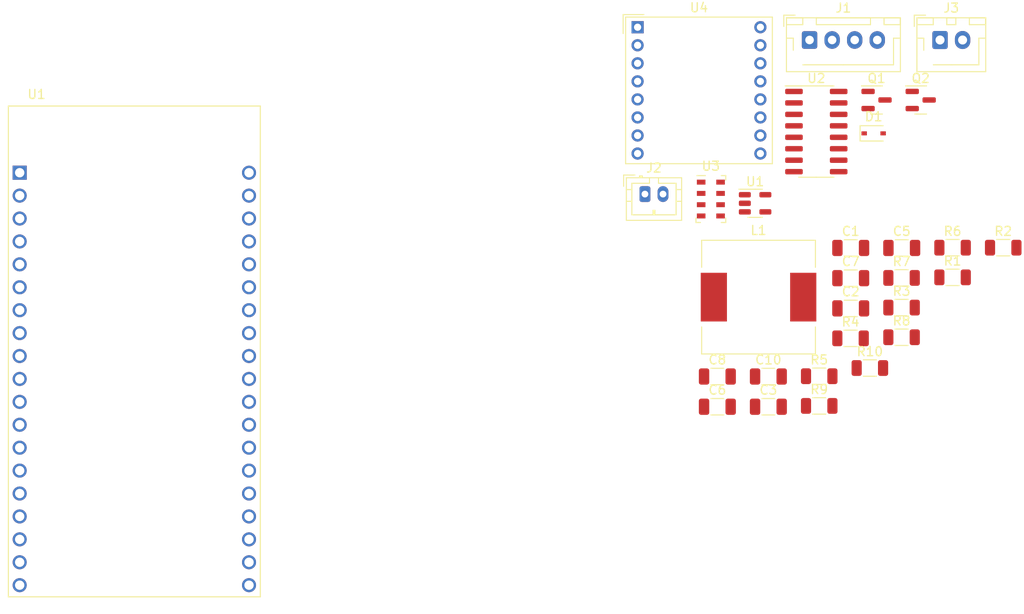
<source format=kicad_pcb>
(kicad_pcb (version 20211014) (generator pcbnew)
  (layers (0 "F.Cu" signal) (31 "B.Cu" signal) (34 "B.Paste" user) (35 "F.Paste" user) (36 "B.SilkS" user "B.Silkscreen") (37 "F.SilkS" user "F.Silkscreen") (38 "B.Mask" user) (39 "F.Mask" user) (44 "Edge.Cuts" user))
  (net 0 "")
  (net 39 "V_USB")
  (net 48 "V_BAT")
  (net 49 "Net-(IC1-Pad10)")
  (net 50 "Net-(D5-Pad2)")
  (net 51 "VSS")
  (net 52 "GND")
  (net 53 "Net-(R2-Pad2)")
  (net 54 "+3.3V")
  (net 74 "Net-(U3-Pad4)")
  (net 94 "Net-(D1-Pad1)")
  (net 95 "Net-(C6-Pad2)")
  (net 96 "Net-(C7-Pad1)")
  (net 97 "Net-(C8-Pad1)")
  (net 98 "Net-(D5-Pad1)")
  (net 99 "Net-(IC1-Pad7)")
  (net 100 "Net-(D2-Pad2)")
  (net 101 "Net-(D3-Pad2)")
  (net 102 "Net-(IC1-Pad5)")
  (net 103 "Net-(IC1-Pad6)")
  (net 104 "Net-(IC2-Pad2)")
  (footprint "Capacitor_SMD:C_1206_3216Metric" (layer "F.Cu") (at 171.22 82.83)
    (fp_text reference "C10" (at 0 -1.85) (layer "F.SilkS"))
    (fp_text value "220n")
    (fp_line (start -0.711252 0.91) (end 0.711252 0.91) (layer "F.SilkS") (width 0.12))
    (fp_line (start -0.711252 -0.91) (end 0.711252 -0.91) (layer "F.SilkS") (width 0.12))
    (pad "1" smd roundrect (at -1.475 0) (size 1.15 1.8) (layers "F.Cu" "F.Paste" "F.Mask") (roundrect_rratio 0.217391) (net 48 "V_BAT"))
    (pad "2" smd roundrect (at 1.475 0) (size 1.15 1.8) (layers "F.Cu" "F.Paste" "F.Mask") (roundrect_rratio 0.217391) (net 52 "GND"))
  )
  (footprint "Resistor_SMD:R_1206_3216Metric" (layer "F.Cu") (at 180.32 78.6)
    (fp_text reference "R4" (at 0 -1.82) (layer "F.SilkS"))
    (fp_text value "1k")
    (fp_line (start -0.727064 -0.91) (end 0.727064 -0.91) (layer "F.SilkS") (width 0.12))
    (fp_line (start -0.727064 0.91) (end 0.727064 0.91) (layer "F.SilkS") (width 0.12))
    (pad "1" smd roundrect (at -1.4625 0) (size 1.125 1.75) (layers "F.Cu" "F.Paste" "F.Mask") (roundrect_rratio 0.222222) (net 51 "VSS"))
    (pad "2" smd roundrect (at 1.4625 0) (size 1.125 1.75) (layers "F.Cu" "F.Paste" "F.Mask") (roundrect_rratio 0.222222) (net 101 "Net-(D3-Pad2)"))
  )
  (footprint "Inductor_SMD:L_12x12mm_H8mm" (layer "F.Cu") (at 170.13 74.03)
    (fp_text reference "L1" (at 0 -7.4) (layer "F.SilkS"))
    (fp_text value "82u")
    (fp_line (start -6.3 -3.3) (end -6.3 -6.3) (layer "F.SilkS") (width 0.12))
    (fp_line (start 6.3 -6.3) (end 6.3 -3.3) (layer "F.SilkS") (width 0.12))
    (fp_line (start -6.3 -6.3) (end 6.3 -6.3) (layer "F.SilkS") (width 0.12))
    (fp_line (start -6.3 6.3) (end -6.3 3.3) (layer "F.SilkS") (width 0.12))
    (fp_line (start 6.3 6.3) (end -6.3 6.3) (layer "F.SilkS") (width 0.12))
    (fp_line (start 6.3 3.3) (end 6.3 6.3) (layer "F.SilkS") (width 0.12))
    (pad "1" smd rect (at -4.95 0) (size 2.9 5.4) (layers "F.Cu" "F.Paste" "F.Mask") (net 98 "Net-(D5-Pad1)"))
    (pad "2" smd rect (at 4.95 0) (size 2.9 5.4) (layers "F.Cu" "F.Paste" "F.Mask") (net 99 "Net-(IC1-Pad7)"))
  )
  (footprint "Connector_JST:JST_PH_B2B-PH-K_1x02_P2.00mm_Vertical" (layer "F.Cu") (at 157.55 62.61)
    (fp_text reference "J2" (at 1 -2.9) (layer "F.SilkS"))
    (fp_text value "Conn_01x02_Male")
    (fp_line (start 4.06 -0.5) (end 3.45 -0.5) (layer "F.SilkS") (width 0.12))
    (fp_line (start -0.3 -2.01) (end -0.6 -2.01) (layer "F.SilkS") (width 0.12))
    (fp_line (start -1.11 -2.11) (end -2.36 -2.11) (layer "F.SilkS") (width 0.12))
    (fp_line (start -2.06 -0.5) (end -1.45 -0.5) (layer "F.SilkS") (width 0.12))
    (fp_line (start 0.5 -1.81) (end 0.5 -1.2) (layer "F.SilkS") (width 0.12))
    (fp_line (start 1.1 1.8) (end 1.1 2.3) (layer "F.SilkS") (width 0.12))
    (fp_line (start 3.45 -1.2) (end 1.5 -1.2) (layer "F.SilkS") (width 0.12))
    (fp_line (start -0.3 -1.91) (end -0.6 -1.91) (layer "F.SilkS") (width 0.12))
    (fp_line (start 4.06 -1.81) (end -2.06 -1.81) (layer "F.SilkS") (width 0.12))
    (fp_line (start -2.06 -1.81) (end -2.06 2.91) (layer "F.SilkS") (width 0.12))
    (fp_line (start -1.45 -1.2) (end -1.45 2.3) (layer "F.SilkS") (width 0.12))
    (fp_line (start -1.45 2.3) (end 3.45 2.3) (layer "F.SilkS") (width 0.12))
    (fp_line (start 1.5 -1.2) (end 1.5 -1.81) (layer "F.SilkS") (width 0.12))
    (fp_line (start 0.9 2.3) (end 0.9 1.8) (layer "F.SilkS") (width 0.12))
    (fp_line (start 3.45 2.3) (end 3.45 -1.2) (layer "F.SilkS") (width 0.12))
    (fp_line (start -2.06 2.91) (end 4.06 2.91) (layer "F.SilkS") (width 0.12))
    (fp_line (start -2.06 0.8) (end -1.45 0.8) (layer "F.SilkS") (width 0.12))
    (fp_line (start 1 2.3) (end 1 1.8) (layer "F.SilkS") (width 0.12))
    (fp_line (start 4.06 2.91) (end 4.06 -1.81) (layer "F.SilkS") (width 0.12))
    (fp_line (start 0.9 1.8) (end 1.1 1.8) (layer "F.SilkS") (width 0.12))
    (fp_line (start -0.6 -2.01) (end -0.6 -1.81) (layer "F.SilkS") (width 0.12))
    (fp_line (start -0.3 -1.81) (end -0.3 -2.01) (layer "F.SilkS") (width 0.12))
    (fp_line (start -2.36 -2.11) (end -2.36 -0.86) (layer "F.SilkS") (width 0.12))
    (fp_line (start 4.06 0.8) (end 3.45 0.8) (layer "F.SilkS") (width 0.12))
    (fp_line (start 0.5 -1.2) (end -1.45 -1.2) (layer "F.SilkS") (width 0.12))
    (pad "1" thru_hole roundrect (at 0 0) (size 1.2 1.75) (drill 0.75) (layers *.Cu *.Mask) (roundrect_rratio 0.208333))
    (pad "2" thru_hole oval (at 2 0) (size 1.2 1.75) (drill 0.75) (layers *.Cu *.Mask))
  )
  (footprint "Capacitor_SMD:C_1206_3216Metric" (layer "F.Cu") (at 180.34 75.28)
    (fp_text reference "C2" (at 0 -1.85) (layer "F.SilkS"))
    (fp_text value "1.0u")
    (fp_line (start -0.711252 -0.91) (end 0.711252 -0.91) (layer "F.SilkS") (width 0.12))
    (fp_line (start -0.711252 0.91) (end 0.711252 0.91) (layer "F.SilkS") (width 0.12))
    (pad "1" smd roundrect (at -1.475 0) (size 1.15 1.8) (layers "F.Cu" "F.Paste" "F.Mask") (roundrect_rratio 0.217391) (net 54 "+3.3V"))
    (pad "2" smd roundrect (at 1.475 0) (size 1.15 1.8) (layers "F.Cu" "F.Paste" "F.Mask") (roundrect_rratio 0.217391) (net 52 "GND"))
  )
  (footprint "Package_TO_SOT_SMD:SOT-23-5" (layer "F.Cu") (at 169.75 63.63)
    (fp_text reference "U1" (at 0 -2.4) (layer "F.SilkS"))
    (fp_text value "XC6220B331MR")
    (fp_line (start 0 -1.56) (end 0.8 -1.56) (layer "F.SilkS") (width 0.12))
    (fp_line (start 0 1.56) (end 0.8 1.56) (layer "F.SilkS") (width 0.12))
    (fp_line (start 0 -1.56) (end -1.8 -1.56) (layer "F.SilkS") (width 0.12))
    (fp_line (start 0 1.56) (end -0.8 1.56) (layer "F.SilkS") (width 0.12))
    (pad "1" smd roundrect (at -1.1375 -0.95) (size 1.325 0.6) (layers "F.Cu" "F.Paste" "F.Mask") (net 94 "Net-(D1-Pad1)"))
    (pad "2" smd roundrect (at -1.1375 0) (size 1.325 0.6) (layers "F.Cu" "F.Paste" "F.Mask") (net 52 "GND"))
    (pad "3" smd roundrect (at -1.1375 0.95) (size 1.325 0.6) (layers "F.Cu" "F.Paste" "F.Mask") (net 53 "Net-(R2-Pad2)"))
    (pad "4" smd roundrect (at 1.1375 0.95) (size 1.325 0.6) (layers "F.Cu" "F.Paste" "F.Mask"))
    (pad "5" smd roundrect (at 1.1375 -0.95) (size 1.325 0.6) (layers "F.Cu" "F.Paste" "F.Mask") (net 54 "+3.3V"))
  )
  (footprint "Resistor_SMD:R_1206_3216Metric" (layer "F.Cu") (at 191.62 68.55)
    (fp_text reference "R6" (at 0 -1.82) (layer "F.SilkS"))
    (fp_text value "22k")
    (fp_line (start -0.727064 0.91) (end 0.727064 0.91) (layer "F.SilkS") (width 0.12))
    (fp_line (start -0.727064 -0.91) (end 0.727064 -0.91) (layer "F.SilkS") (width 0.12))
    (pad "1" smd roundrect (at -1.4625 0) (size 1.125 1.75) (layers "F.Cu" "F.Paste" "F.Mask") (roundrect_rratio 0.222222) (net 52 "GND"))
    (pad "2" smd roundrect (at 1.4625 0) (size 1.125 1.75) (layers "F.Cu" "F.Paste" "F.Mask") (roundrect_rratio 0.222222) (net 103 "Net-(IC1-Pad6)"))
  )
  (footprint "Package_SO:SOIC-16_3.9x9.9mm_P1.27mm" (layer "F.Cu") (at 176.53 55.68)
    (fp_text reference "U2" (at 0 -5.9) (layer "F.SilkS"))
    (fp_text value "CH340C")
    (fp_line (start 0 -5.06) (end 1.95 -5.06) (layer "F.SilkS") (width 0.12))
    (fp_line (start 0 5.06) (end 1.95 5.06) (layer "F.SilkS") (width 0.12))
    (fp_line (start 0 -5.06) (end -3.45 -5.06) (layer "F.SilkS") (width 0.12))
    (fp_line (start 0 5.06) (end -1.95 5.06) (layer "F.SilkS") (width 0.12))
    (pad "1" smd roundrect (at -2.475 -4.445) (size 1.95 0.6) (layers "F.Cu" "F.Paste" "F.Mask"))
    (pad "2" smd roundrect (at -2.475 -3.175) (size 1.95 0.6) (layers "F.Cu" "F.Paste" "F.Mask"))
    (pad "3" smd roundrect (at -2.475 -1.905) (size 1.95 0.6) (layers "F.Cu" "F.Paste" "F.Mask"))
    (pad "4" smd roundrect (at -2.475 -0.635) (size 1.95 0.6) (layers "F.Cu" "F.Paste" "F.Mask"))
    (pad "5" smd roundrect (at -2.475 0.635) (size 1.95 0.6) (layers "F.Cu" "F.Paste" "F.Mask"))
    (pad "6" smd roundrect (at -2.475 1.905) (size 1.95 0.6) (layers "F.Cu" "F.Paste" "F.Mask"))
    (pad "7" smd roundrect (at -2.475 3.175) (size 1.95 0.6) (layers "F.Cu" "F.Paste" "F.Mask"))
    (pad "8" smd roundrect (at -2.475 4.445) (size 1.95 0.6) (layers "F.Cu" "F.Paste" "F.Mask"))
    (pad "9" smd roundrect (at 2.475 4.445) (size 1.95 0.6) (layers "F.Cu" "F.Paste" "F.Mask"))
    (pad "10" smd roundrect (at 2.475 3.175) (size 1.95 0.6) (layers "F.Cu" "F.Paste" "F.Mask"))
    (pad "11" smd roundrect (at 2.475 1.905) (size 1.95 0.6) (layers "F.Cu" "F.Paste" "F.Mask"))
    (pad "12" smd roundrect (at 2.475 0.635) (size 1.95 0.6) (layers "F.Cu" "F.Paste" "F.Mask"))
    (pad "13" smd roundrect (at 2.475 -0.635) (size 1.95 0.6) (layers "F.Cu" "F.Paste" "F.Mask"))
    (pad "14" smd roundrect (at 2.475 -1.905) (size 1.95 0.6) (layers "F.Cu" "F.Paste" "F.Mask"))
    (pad "15" smd roundrect (at 2.475 -3.175) (size 1.95 0.6) (layers "F.Cu" "F.Paste" "F.Mask"))
    (pad "16" smd roundrect (at 2.475 -4.445) (size 1.95 0.6) (layers "F.Cu" "F.Paste" "F.Mask"))
  )
  (footprint "Connector_JST:JST_XH_B2B-XH-AM_1x02_P2.50mm_Vertical" (layer "F.Cu") (at 190.23 45.53)
    (fp_text reference "J3" (at 1.25 -3.55) (layer "F.SilkS"))
    (fp_text value "Conn_01x02_Male")
    (fp_line (start -2.85 -2.75) (end -2.85 -1.5) (layer "F.SilkS") (width 0.12))
    (fp_line (start -2.56 3.51) (end 5.06 3.51) (layer "F.SilkS") (width 0.12))
    (fp_line (start 5.06 -2.46) (end -2.56 -2.46) (layer "F.SilkS") (width 0.12))
    (fp_line (start 3.25 -1.7) (end 5.05 -1.7) (layer "F.SilkS") (width 0.12))
    (fp_line (start 5.05 -1.7) (end 5.05 -2.45) (layer "F.SilkS") (width 0.12))
    (fp_line (start -2.56 -2.46) (end -2.56 3.51) (layer "F.SilkS") (width 0.12))
    (fp_line (start 1.25 2.75) (end -0.74 2.75) (layer "F.SilkS") (width 0.12))
    (fp_line (start -1.8 -0.2) (end -1.8 1.14) (layer "F.SilkS") (width 0.12))
    (fp_line (start 3.25 -2.45) (end 3.25 -1.7) (layer "F.SilkS") (width 0.12))
    (fp_line (start -2.55 -0.2) (end -1.8 -0.2) (layer "F.SilkS") (width 0.12))
    (fp_line (start 0.75 -2.45) (end 0.75 -1.7) (layer "F.SilkS") (width 0.12))
    (fp_line (start -2.55 -1.7) (end -0.75 -1.7) (layer "F.SilkS") (width 0.12))
    (fp_line (start 1.75 -1.7) (end 1.75 -2.45) (layer "F.SilkS") (width 0.12))
    (fp_line (start 0.75 -1.7) (end 1.75 -1.7) (layer "F.SilkS") (width 0.12))
    (fp_line (start -0.75 -1.7) (end -0.75 -2.45) (layer "F.SilkS") (width 0.12))
    (fp_line (start -2.55 -2.45) (end -2.55 -1.7) (layer "F.SilkS") (width 0.12))
    (fp_line (start -0.75 -2.45) (end -2.55 -2.45) (layer "F.SilkS") (width 0.12))
    (fp_line (start 1.75 -2.45) (end 0.75 -2.45) (layer "F.SilkS") (width 0.12))
    (fp_line (start -1.6 -2.75) (end -2.85 -2.75) (layer "F.SilkS") (width 0.12))
    (fp_line (start 5.06 3.51) (end 5.06 -2.46) (layer "F.SilkS") (width 0.12))
    (fp_line (start 4.3 2.75) (end 1.25 2.75) (layer "F.SilkS") (width 0.12))
    (fp_line (start 5.05 -0.2) (end 4.3 -0.2) (layer "F.SilkS") (width 0.12))
    (fp_line (start 5.05 -2.45) (end 3.25 -2.45) (layer "F.SilkS") (width 0.12))
    (fp_line (start 4.3 -0.2) (end 4.3 2.75) (layer "F.SilkS") (width 0.12))
    (pad "" np_thru_hole circle (at -1.6 2) (size 1.2 1.2) (drill 1.2) (layers *.Cu *.Mask))
    (pad "1" thru_hole roundrect (at 0 0) (size 1.7 2) (drill 1) (layers *.Cu *.Mask) (roundrect_rratio 0.147059))
    (pad "2" thru_hole oval (at 2.5 0) (size 1.7 2) (drill 1) (layers *.Cu *.Mask))
  )
  (footprint "Package_TO_SOT_SMD:SOT-23" (layer "F.Cu") (at 183.2 52.18)
    (fp_text reference "Q1" (at 0 -2.4) (layer "F.SilkS"))
    (fp_text value "IRLML6401")
    (fp_line (start 0 1.56) (end -0.65 1.56) (layer "F.SilkS") (width 0.12))
    (fp_line (start 0 -1.56) (end -1.675 -1.56) (layer "F.SilkS") (width 0.12))
    (fp_line (start 0 -1.56) (end 0.65 -1.56) (layer "F.SilkS") (width 0.12))
    (fp_line (start 0 1.56) (end 0.65 1.56) (layer "F.SilkS") (width 0.12))
    (pad "1" smd roundrect (at -0.9375 -0.95) (size 1.475 0.6) (layers "F.Cu" "F.Paste" "F.Mask") (net 39 "V_USB"))
    (pad "2" smd roundrect (at -0.9375 0.95) (size 1.475 0.6) (layers "F.Cu" "F.Paste" "F.Mask") (net 94 "Net-(D1-Pad1)"))
    (pad "3" smd roundrect (at 0.9375 0) (size 1.475 0.6) (layers "F.Cu" "F.Paste" "F.Mask") (net 48 "V_BAT"))
  )
  (footprint "Capacitor_SMD:C_1206_3216Metric" (layer "F.Cu") (at 180.34 68.58)
    (fp_text reference "C1" (at 0 -1.85) (layer "F.SilkS"))
    (fp_text value "1.0u")
    (fp_line (start -0.711252 0.91) (end 0.711252 0.91) (layer "F.SilkS") (width 0.12))
    (fp_line (start -0.711252 -0.91) (end 0.711252 -0.91) (layer "F.SilkS") (width 0.12))
    (pad "1" smd roundrect (at -1.475 0) (size 1.15 1.8) (layers "F.Cu" "F.Paste" "F.Mask") (roundrect_rratio 0.217391) (net 52 "GND"))
    (pad "2" smd roundrect (at 1.475 0) (size 1.15 1.8) (layers "F.Cu" "F.Paste" "F.Mask") (roundrect_rratio 0.217391) (net 94 "Net-(D1-Pad1)"))
  )
  (footprint "Resistor_SMD:R_1206_3216Metric" (layer "F.Cu") (at 185.97 75.19)
    (fp_text reference "R3" (at 0 -1.82) (layer "F.SilkS"))
    (fp_text value "1k")
    (fp_line (start -0.727064 0.91) (end 0.727064 0.91) (layer "F.SilkS") (width 0.12))
    (fp_line (start -0.727064 -0.91) (end 0.727064 -0.91) (layer "F.SilkS") (width 0.12))
    (pad "1" smd roundrect (at -1.4625 0) (size 1.125 1.75) (layers "F.Cu" "F.Paste" "F.Mask") (roundrect_rratio 0.222222) (net 54 "+3.3V"))
    (pad "2" smd roundrect (at 1.4625 0) (size 1.125 1.75) (layers "F.Cu" "F.Paste" "F.Mask") (roundrect_rratio 0.222222) (net 100 "Net-(D2-Pad2)"))
  )
  (footprint "Resistor_SMD:R_1206_3216Metric" (layer "F.Cu") (at 197.23 68.55)
    (fp_text reference "R2" (at 0 -1.82) (layer "F.SilkS"))
    (fp_text value "10k")
    (fp_line (start -0.727064 0.91) (end 0.727064 0.91) (layer "F.SilkS") (width 0.12))
    (fp_line (start -0.727064 -0.91) (end 0.727064 -0.91) (layer "F.SilkS") (width 0.12))
    (pad "1" smd roundrect (at -1.4625 0) (size 1.125 1.75) (layers "F.Cu" "F.Paste" "F.Mask") (roundrect_rratio 0.222222) (net 94 "Net-(D1-Pad1)"))
    (pad "2" smd roundrect (at 1.4625 0) (size 1.125 1.75) (layers "F.Cu" "F.Paste" "F.Mask") (roundrect_rratio 0.222222) (net 53 "Net-(R2-Pad2)"))
  )
  (footprint "Capacitor_SMD:C_1206_3216Metric" (layer "F.Cu") (at 180.34 71.93)
    (fp_text reference "C7" (at 0 -1.85) (layer "F.SilkS"))
    (fp_text value "22n")
    (fp_line (start -0.711252 0.91) (end 0.711252 0.91) (layer "F.SilkS") (width 0.12))
    (fp_line (start -0.711252 -0.91) (end 0.711252 -0.91) (layer "F.SilkS") (width 0.12))
    (pad "1" smd roundrect (at -1.475 0) (size 1.15 1.8) (layers "F.Cu" "F.Paste" "F.Mask") (roundrect_rratio 0.217391) (net 96 "Net-(C7-Pad1)"))
    (pad "2" smd roundrect (at 1.475 0) (size 1.15 1.8) (layers "F.Cu" "F.Paste" "F.Mask") (roundrect_rratio 0.217391) (net 52 "GND"))
  )
  (footprint "Capacitor_SMD:C_1206_3216Metric" (layer "F.Cu") (at 171.22 86.18)
    (fp_text reference "C3" (at 0 -1.85) (layer "F.SilkS"))
    (fp_text value "10u")
    (fp_line (start -0.711252 0.91) (end 0.711252 0.91) (layer "F.SilkS") (width 0.12))
    (fp_line (start -0.711252 -0.91) (end 0.711252 -0.91) (layer "F.SilkS") (width 0.12))
    (pad "1" smd roundrect (at -1.475 0) (size 1.15 1.8) (layers "F.Cu" "F.Paste" "F.Mask") (roundrect_rratio 0.217391) (net 54 "+3.3V"))
    (pad "2" smd roundrect (at 1.475 0) (size 1.15 1.8) (layers "F.Cu" "F.Paste" "F.Mask") (roundrect_rratio 0.217391) (net 52 "GND"))
  )
  (footprint "Resistor_SMD:R_1206_3216Metric" (layer "F.Cu") (at 176.85 86.09)
    (fp_text reference "R9" (at 0 -1.82) (layer "F.SilkS"))
    (fp_text value "0.05")
    (fp_line (start -0.727064 -0.91) (end 0.727064 -0.91) (layer "F.SilkS") (width 0.12))
    (fp_line (start -0.727064 0.91) (end 0.727064 0.91) (layer "F.SilkS") (width 0.12))
    (pad "1" smd roundrect (at -1.4625 0) (size 1.125 1.75) (layers "F.Cu" "F.Paste" "F.Mask") (roundrect_rratio 0.222222) (net 99 "Net-(IC1-Pad7)"))
    (pad "2" smd roundrect (at 1.4625 0) (size 1.125 1.75) (layers "F.Cu" "F.Paste" "F.Mask") (roundrect_rratio 0.222222) (net 48 "V_BAT"))
  )
  (footprint "Resistor_SMD:R_1206_3216Metric" (layer "F.Cu") (at 182.46 81.89)
    (fp_text reference "R10" (at 0 -1.82) (layer "F.SilkS"))
    (fp_text value "1k")
    (fp_line (start -0.727064 0.91) (end 0.727064 0.91) (layer "F.SilkS") (width 0.12))
    (fp_line (start -0.727064 -0.91) (end 0.727064 -0.91) (layer "F.SilkS") (width 0.12))
    (pad "1" smd roundrect (at -1.4625 0) (size 1.125 1.75) (layers "F.Cu" "F.Paste" "F.Mask") (roundrect_rratio 0.222222) (net 52 "GND"))
    (pad "2" smd roundrect (at 1.4625 0) (size 1.125 1.75) (layers "F.Cu" "F.Paste" "F.Mask") (roundrect_rratio 0.222222) (net 104 "Net-(IC2-Pad2)"))
  )
  (footprint "ESP32-DEVKITC-32D:MODULE_ESP32-DEVKITC-32D" (layer "F.Cu") (at 101 80)
    (fp_text reference "U1" (at -10.829175 -28.446045) (layer "F.SilkS") (effects (font (size 1.000386 1.000386))))
    (fp_text value "ESP32-DEVKITC-32D")
    (fp_line (start 13.95 27.25) (end -13.95 27.25) (layer "F.SilkS") (width 0.127))
    (fp_line (start -13.95 27.25) (end -13.95 -27.15) (layer "F.SilkS") (width 0.127))
    (fp_line (start -13.95 -27.15) (end 13.95 -27.15) (layer "F.SilkS") (width 0.127))
    (fp_line (start 13.95 -27.15) (end 13.95 27.25) (layer "F.SilkS") (width 0.127))
    (pad "1" thru_hole rect locked (at -12.7 -19.76) (size 1.56 1.56) (drill 1.04) (layers *.Cu *.Mask))
    (pad "2" thru_hole circle locked (at -12.7 -17.22) (size 1.56 1.56) (drill 1.04) (layers *.Cu *.Mask))
    (pad "3" thru_hole circle locked (at -12.7 -14.68) (size 1.56 1.56) (drill 1.04) (layers *.Cu *.Mask))
    (pad "4" thru_hole circle locked (at -12.7 -12.14) (size 1.56 1.56) (drill 1.04) (layers *.Cu *.Mask))
    (pad "5" thru_hole circle locked (at -12.7 -9.6) (size 1.56 1.56) (drill 1.04) (layers *.Cu *.Mask))
    (pad "6" thru_hole circle locked (at -12.7 -7.06) (size 1.56 1.56) (drill 1.04) (layers *.Cu *.Mask))
    (pad "7" thru_hole circle locked (at -12.7 -4.52) (size 1.56 1.56) (drill 1.04) (layers *.Cu *.Mask))
    (pad "8" thru_hole circle locked (at -12.7 -1.98) (size 1.56 1.56) (drill 1.04) (layers *.Cu *.Mask))
    (pad "9" thru_hole circle locked (at -12.7 0.56) (size 1.56 1.56) (drill 1.04) (layers *.Cu *.Mask))
    (pad "10" thru_hole circle locked (at -12.7 3.1) (size 1.56 1.56) (drill 1.04) (layers *.Cu *.Mask))
    (pad "11" thru_hole circle locked (at -12.7 5.64) (size 1.56 1.56) (drill 1.04) (layers *.Cu *.Mask))
    (pad "12" thru_hole circle locked (at -12.7 8.18) (size 1.56 1.56) (drill 1.04) (layers *.Cu *.Mask))
    (pad "13" thru_hole circle locked (at -12.7 10.72) (size 1.56 1.56) (drill 1.04) (layers *.Cu *.Mask))
    (pad "14" thru_hole circle locked (at -12.7 13.26) (size 1.56 1.56) (drill 1.04) (layers *.Cu *.Mask))
    (pad "15" thru_hole circle locked (at -12.7 15.8) (size 1.56 1.56) (drill 1.04) (layers *.Cu *.Mask))
    (pad "16" thru_hole circle locked (at -12.7 18.34) (size 1.56 1.56) (drill 1.04) (layers *.Cu *.Mask))
    (pad "17" thru_hole circle locked (at -12.7 20.88) (size 1.56 1.56) (drill 1.04) (layers *.Cu *.Mask))
    (pad "18" thru_hole circle locked (at -12.7 23.42) (size 1.56 1.56) (drill 1.04) (layers *.Cu *.Mask))
    (pad "19" thru_hole circle locked (at -12.7 25.96) (size 1.56 1.56) (drill 1.04) (layers *.Cu *.Mask))
    (pad "20" thru_hole circle locked (at 12.7 -19.76) (size 1.56 1.56) (drill 1.04) (layers *.Cu *.Mask))
    (pad "21" thru_hole circle locked (at 12.7 -17.22) (size 1.56 1.56) (drill 1.04) (layers *.Cu *.Mask))
    (pad "22" thru_hole circle locked (at 12.7 -14.68) (size 1.56 1.56) (drill 1.04) (layers *.Cu *.Mask))
    (pad "23" thru_hole circle locked (at 12.7 -12.14) (size 1.56 1.56) (drill 1.04) (layers *.Cu *.Mask))
    (pad "24" thru_hole circle locked (at 12.7 -9.6) (size 1.56 1.56) (drill 1.04) (layers *.Cu *.Mask))
    (pad "25" thru_hole circle locked (at 12.7 -7.06) (size 1.56 1.56) (drill 1.04) (layers *.Cu *.Mask))
    (pad "26" thru_hole circle locked (at 12.7 -4.52) (size 1.56 1.56) (drill 1.04) (layers *.Cu *.Mask))
    (pad "27" thru_hole circle locked (at 12.7 -1.98) (size 1.56 1.56) (drill 1.04) (layers *.Cu *.Mask))
    (pad "28" thru_hole circle locked (at 12.7 0.56) (size 1.56 1.56) (drill 1.04) (layers *.Cu *.Mask))
    (pad "29" thru_hole circle locked (at 12.7 3.1) (size 1.56 1.56) (drill 1.04) (layers *.Cu *.Mask))
    (pad "30" thru_hole circle locked (at 12.7 5.64) (size 1.56 1.56) (drill 1.04) (layers *.Cu *.Mask))
    (pad "31" thru_hole circle locked (at 12.7 8.18) (size 1.56 1.56) (drill 1.04) (layers *.Cu *.Mask))
    (pad "32" thru_hole circle locked (at 12.7 10.72) (size 1.56 1.56) (drill 1.04) (layers *.Cu *.Mask))
    (pad "33" thru_hole circle locked (at 12.7 13.26) (size 1.56 1.56) (drill 1.04) (layers *.Cu *.Mask))
    (pad "34" thru_hole circle locked (at 12.7 15.8) (size 1.56 1.56) (drill 1.04) (layers *.Cu *.Mask))
    (pad "35" thru_hole circle locked (at 12.7 18.34) (size 1.56 1.56) (drill 1.04) (layers *.Cu *.Mask))
    (pad "36" thru_hole circle locked (at 12.7 20.88) (size 1.56 1.56) (drill 1.04) (layers *.Cu *.Mask))
    (pad "37" thru_hole circle locked (at 12.7 23.42) (size 1.56 1.56) (drill 1.04) (layers *.Cu *.Mask))
    (pad "38" thru_hole circle locked (at 12.7 25.96) (size 1.56 1.56) (drill 1.04) (layers *.Cu *.Mask))
  )
  (footprint "Package_LGA:LGA-8_3x5mm_P1.25mm" (layer "F.Cu") (at 164.85 63.16)
    (fp_text reference "U3" (at 0 -3.65) (layer "F.SilkS"))
    (fp_text value "MS5611-01BA")
    (fp_line (start 1.15 -2.6) (end 1.65 -2.6) (layer "F.SilkS") (width 0.12))
    (fp_line (start 1.65 -2.6) (end 1.65 -2.1) (layer "F.SilkS") (width 0.12))
    (fp_line (start -1.65 2.6) (end -1.65 2.1) (layer "F.SilkS") (width 0.12))
    (fp_line (start 1.65 2.6) (end 1.15 2.6) (layer "F.SilkS") (width 0.12))
    (fp_line (start -1.55 -2.6) (end -0.6 -2.6) (layer "F.SilkS") (width 0.12))
    (fp_line (start -1.15 2.6) (end -1.65 2.6) (layer "F.SilkS") (width 0.12))
    (fp_line (start 1.65 2.1) (end 1.65 2.6) (layer "F.SilkS") (width 0.12))
    (pad "1" smd rect (at -1.075 -1.875) (size 0.95 0.55) (layers "F.Cu" "F.Paste" "F.Mask"))
    (pad "2" smd rect (at -1.075 -0.625) (size 0.95 0.55) (layers "F.Cu" "F.Paste" "F.Mask"))
    (pad "3" smd rect (at -1.075 0.625) (size 0.95 0.55) (layers "F.Cu" "F.Paste" "F.Mask"))
    (pad "4" smd rect (at -1.075 1.875) (size 0.95 0.55) (layers "F.Cu" "F.Paste" "F.Mask") (net 74 "Net-(U3-Pad4)"))
    (pad "5" smd rect (at 1.075 1.875) (size 0.95 0.55) (layers "F.Cu" "F.Paste" "F.Mask") (net 74 "Net-(U3-Pad4)"))
    (pad "6" smd rect (at 1.075 0.625) (size 0.95 0.55) (layers "F.Cu" "F.Paste" "F.Mask"))
    (pad "7" smd rect (at 1.075 -0.625) (size 0.95 0.55) (layers "F.Cu" "F.Paste" "F.Mask"))
    (pad "8" smd rect (at 1.075 -1.875) (size 0.95 0.55) (layers "F.Cu" "F.Paste" "F.Mask"))
  )
  (footprint "Resistor_SMD:R_1206_3216Metric" (layer "F.Cu") (at 176.85 82.8)
    (fp_text reference "R5" (at 0 -1.82) (layer "F.SilkS"))
    (fp_text value "120")
    (fp_line (start -0.727064 -0.91) (end 0.727064 -0.91) (layer "F.SilkS") (width 0.12))
    (fp_line (start -0.727064 0.91) (end 0.727064 0.91) (layer "F.SilkS") (width 0.12))
    (pad "1" smd roundrect (at -1.4625 0) (size 1.125 1.75) (layers "F.Cu" "F.Paste" "F.Mask") (roundrect_rratio 0.222222) (net 102 "Net-(IC1-Pad5)"))
    (pad "2" smd roundrect (at 1.4625 0) (size 1.125 1.75) (layers "F.Cu" "F.Paste" "F.Mask") (roundrect_rratio 0.222222) (net 96 "Net-(C7-Pad1)"))
  )
  (footprint "Package_TO_SOT_SMD:SOT-23" (layer "F.Cu") (at 188.09 52.18)
    (fp_text reference "Q2" (at 0 -2.4) (layer "F.SilkS"))
    (fp_text value "AO3401A")
    (fp_line (start 0 -1.56) (end 0.65 -1.56) (layer "F.SilkS") (width 0.12))
    (fp_line (start 0 1.56) (end -0.65 1.56) (layer "F.SilkS") (width 0.12))
    (fp_line (start 0 -1.56) (end -1.675 -1.56) (layer "F.SilkS") (width 0.12))
    (fp_line (start 0 1.56) (end 0.65 1.56) (layer "F.SilkS") (width 0.12))
    (pad "1" smd roundrect (at -0.9375 -0.95) (size 1.475 0.6) (layers "F.Cu" "F.Paste" "F.Mask") (net 49 "Net-(IC1-Pad10)"))
    (pad "2" smd roundrect (at -0.9375 0.95) (size 1.475 0.6) (layers "F.Cu" "F.Paste" "F.Mask") (net 50 "Net-(D5-Pad2)"))
    (pad "3" smd roundrect (at 0.9375 0) (size 1.475 0.6) (layers "F.Cu" "F.Paste" "F.Mask") (net 51 "VSS"))
  )
  (footprint "Resistor_SMD:R_1206_3216Metric" (layer "F.Cu") (at 185.97 71.9)
    (fp_text reference "R7" (at 0 -1.82) (layer "F.SilkS"))
    (fp_text value "178k")
    (fp_line (start -0.727064 0.91) (end 0.727064 0.91) (layer "F.SilkS") (width 0.12))
    (fp_line (start -0.727064 -0.91) (end 0.727064 -0.91) (layer "F.SilkS") (width 0.12))
    (pad "1" smd roundrect (at -1.4625 0) (size 1.125 1.75) (layers "F.Cu" "F.Paste" "F.Mask") (roundrect_rratio 0.222222) (net 103 "Net-(IC1-Pad6)"))
    (pad "2" smd roundrect (at 1.4625 0) (size 1.125 1.75) (layers "F.Cu" "F.Paste" "F.Mask") (roundrect_rratio 0.222222) (net 51 "VSS"))
  )
  (footprint "Connector_JST:JST_XH_B4B-XH-AM_1x04_P2.50mm_Vertical" (layer "F.Cu") (at 175.78 45.53)
    (fp_text reference "J1" (at 3.75 -3.55) (layer "F.SilkS"))
    (fp_text value "Conn_01x04_Male")
    (fp_line (start 6.75 -1.7) (end 6.75 -2.45) (layer "F.SilkS") (width 0.12))
    (fp_line (start 8.25 -1.7) (end 10.05 -1.7) (layer "F.SilkS") (width 0.12))
    (fp_line (start -0.75 -1.7) (end -0.75 -2.45) (layer "F.SilkS") (width 0.12))
    (fp_line (start 9.3 -0.2) (end 9.3 2.75) (layer "F.SilkS") (width 0.12))
    (fp_line (start 10.05 -2.45) (end 8.25 -2.45) (layer "F.SilkS") (width 0.12))
    (fp_line (start 10.05 -0.2) (end 9.3 -0.2) (layer "F.SilkS") (width 0.12))
    (fp_line (start 10.06 -2.46) (end -2.56 -2.46) (layer "F.SilkS") (width 0.12))
    (fp_line (start -2.55 -2.45) (end -2.55 -1.7) (layer "F.SilkS") (width 0.12))
    (fp_line (start 9.3 2.75) (end 3.75 2.75) (layer "F.SilkS") (width 0.12))
    (fp_line (start -2.55 -1.7) (end -0.75 -1.7) (layer "F.SilkS") (width 0.12))
    (fp_line (start -1.6 -2.75) (end -2.85 -2.75) (layer "F.SilkS") (width 0.12))
    (fp_line (start -0.75 -2.45) (end -2.55 -2.45) (layer "F.SilkS") (width 0.12))
    (fp_line (start 10.06 3.51) (end 10.06 -2.46) (layer "F.SilkS") (width 0.12))
    (fp_line (start -2.55 -0.2) (end -1.8 -0.2) (layer "F.SilkS") (width 0.12))
    (fp_line (start -2.56 3.51) (end 10.06 3.51) (layer "F.SilkS") (width 0.12))
    (fp_line (start 6.75 -2.45) (end 0.75 -2.45) (layer "F.SilkS") (width 0.12))
    (fp_line (start 3.75 2.75) (end -0.74 2.75) (layer "F.SilkS") (width 0.12))
    (fp_line (start -1.8 -0.2) (end -1.8 1.14) (layer "F.SilkS") (width 0.12))
    (fp_line (start -2.56 -2.46) (end -2.56 3.51) (layer "F.SilkS") (width 0.12))
    (fp_line (start 0.75 -1.7) (end 6.75 -1.7) (layer "F.SilkS") (width 0.12))
    (fp_line (start -2.85 -2.75) (end -2.85 -1.5) (layer "F.SilkS") (width 0.12))
    (fp_line (start 10.05 -1.7) (end 10.05 -2.45) (layer "F.SilkS") (width 0.12))
    (fp_line (start 8.25 -2.45) (end 8.25 -1.7) (layer "F.SilkS") (width 0.12))
    (fp_line (start 0.75 -2.45) (end 0.75 -1.7) (layer "F.SilkS") (width 0.12))
    (pad "" np_thru_hole circle (at -1.6 2) (size 1.2 1.2) (drill 1.2) (layers *.Cu *.Mask))
    (pad "1" thru_hole roundrect (at 0 0) (size 1.7 1.95) (drill 0.95) (layers *.Cu *.Mask) (roundrect_rratio 0.147059))
    (pad "2" thru_hole oval (at 2.5 0) (size 1.7 1.95) (drill 0.95) (layers *.Cu *.Mask))
    (pad "3" thru_hole oval (at 5 0) (size 1.7 1.95) (drill 0.95) (layers *.Cu *.Mask))
    (pad "4" thru_hole oval (at 7.5 0) (size 1.7 1.95) (drill 0.95) (layers *.Cu *.Mask))
  )
  (footprint "RF_Module:HOPERF_RFM9XW_THT" (layer "F.Cu") (at 156.735 44.115)
    (fp_text reference "U4" (at 6.8 -2.17) (layer "F.SilkS"))
    (fp_text value "RFM95W-868S2")
    (fp_line (start -1.325 15.125) (end -1.325 -1.125) (layer "F.SilkS") (width 0.12))
    (fp_line (start 14.925 15.125) (end -1.325 15.125) (layer "F.SilkS") (width 0.12))
    (fp_line (start -1.325 -1.125) (end 14.925 -1.125) (layer "F.SilkS") (width 0.12))
    (fp_line (start -1.6 -1.4) (end 0.7 -1.4) (layer "F.SilkS") (width 0.12))
    (fp_line (start 14.925 -1.125) (end 14.925 15.125) (layer "F.SilkS") (width 0.12))
    (fp_line (start -1.6 0.7) (end -1.6 -1.4) (layer "F.SilkS") (width 0.12))
    (pad "1" thru_hole rect (at 0 0) (size 1.35 1.35) (drill 0.8) (layers *.Cu *.Mask))
    (pad "2" thru_hole circle (at 0 2) (size 1.35 1.35) (drill 0.8) (layers *.Cu *.Mask))
    (pad "3" thru_hole circle (at 0 4) (size 1.35 1.35) (drill 0.8) (layers *.Cu *.Mask))
    (pad "4" thru_hole circle (at 0 6) (size 1.35 1.35) (drill 0.8) (layers *.Cu *.Mask))
    (pad "5" thru_hole circle (at 0 8) (size 1.35 1.35) (drill 0.8) (layers *.Cu *.Mask))
    (pad "6" thru_hole circle (at 0 10) (size 1.35 1.35) (drill 0.8) (layers *.Cu *.Mask))
    (pad "7" thru_hole circle (at 0 12) (size 1.35 1.35) (drill 0.8) (layers *.Cu *.Mask))
    (pad "8" thru_hole circle (at 0 14) (size 1.35 1.35) (drill 0.8) (layers *.Cu *.Mask))
    (pad "9" thru_hole circle (at 13.6 14) (size 1.35 1.35) (drill 0.8) (layers *.Cu *.Mask))
    (pad "10" thru_hole circle (at 13.6 12) (size 1.35 1.35) (drill 0.8) (layers *.Cu *.Mask))
    (pad "11" thru_hole circle (at 13.6 10) (size 1.35 1.35) (drill 0.8) (layers *.Cu *.Mask))
    (pad "12" thru_hole circle (at 13.6 8) (size 1.35 1.35) (drill 0.8) (layers *.Cu *.Mask))
    (pad "13" thru_hole circle (at 13.6 6) (size 1.35 1.35) (drill 0.8) (layers *.Cu *.Mask))
    (pad "14" thru_hole circle (at 13.6 4) (size 1.35 1.35) (drill 0.8) (layers *.Cu *.Mask))
    (pad "15" thru_hole circle (at 13.6 2) (size 1.35 1.35) (drill 0.8) (layers *.Cu *.Mask))
    (pad "16" thru_hole circle (at 13.6 0) (size 1.35 1.35) (drill 0.8) (layers *.Cu *.Mask))
  )
  (footprint "Resistor_SMD:R_1206_3216Metric" (layer "F.Cu") (at 185.97 78.48)
    (fp_text reference "R8" (at 0 -1.82) (layer "F.SilkS"))
    (fp_text value "100")
    (fp_line (start -0.727064 -0.91) (end 0.727064 -0.91) (layer "F.SilkS") (width 0.12))
    (fp_line (start -0.727064 0.91) (end 0.727064 0.91) (layer "F.SilkS") (width 0.12))
    (pad "1" smd roundrect (at -1.4625 0) (size 1.125 1.75) (layers "F.Cu" "F.Paste" "F.Mask") (roundrect_rratio 0.222222) (net 97 "Net-(C8-Pad1)"))
    (pad "2" smd roundrect (at 1.4625 0) (size 1.125 1.75) (layers "F.Cu" "F.Paste" "F.Mask") (roundrect_rratio 0.222222) (net 48 "V_BAT"))
  )
  (footprint "Resistor_SMD:R_1206_3216Metric" (layer "F.Cu") (at 191.62 71.84)
    (fp_text reference "R1" (at 0 -1.82) (layer "F.SilkS"))
    (fp_text value "10k")
    (fp_line (start -0.727064 0.91) (end 0.727064 0.91) (layer "F.SilkS") (width 0.12))
    (fp_line (start -0.727064 -0.91) (end 0.727064 -0.91) (layer "F.SilkS") (width 0.12))
    (pad "1" smd roundrect (at -1.4625 0) (size 1.125 1.75) (layers "F.Cu" "F.Paste" "F.Mask") (roundrect_rratio 0.222222) (net 39 "V_USB"))
    (pad "2" smd roundrect (at 1.4625 0) (size 1.125 1.75) (layers "F.Cu" "F.Paste" "F.Mask") (roundrect_rratio 0.222222) (net 52 "GND"))
  )
  (footprint "Capacitor_SMD:C_1206_3216Metric" (layer "F.Cu") (at 165.57 86.18)
    (fp_text reference "C6" (at 0 -1.85) (layer "F.SilkS"))
    (fp_text value "100n")
    (fp_line (start -0.711252 0.91) (end 0.711252 0.91) (layer "F.SilkS") (width 0.12))
    (fp_line (start -0.711252 -0.91) (end 0.711252 -0.91) (layer "F.SilkS") (width 0.12))
    (pad "1" smd roundrect (at -1.475 0) (size 1.15 1.8) (layers "F.Cu" "F.Paste" "F.Mask") (roundrect_rratio 0.217391) (net 51 "VSS"))
    (pad "2" smd roundrect (at 1.475 0) (size 1.15 1.8) (layers "F.Cu" "F.Paste" "F.Mask") (roundrect_rratio 0.217391) (net 95 "Net-(C6-Pad2)"))
  )
  (footprint "Capacitor_SMD:C_1206_3216Metric" (layer "F.Cu") (at 185.99 68.58)
    (fp_text reference "C5" (at 0 -1.85) (layer "F.SilkS"))
    (fp_text value "10n")
    (fp_line (start -0.711252 -0.91) (end 0.711252 -0.91) (layer "F.SilkS") (width 0.12))
    (fp_line (start -0.711252 0.91) (end 0.711252 0.91) (layer "F.SilkS") (width 0.12))
    (pad "1" smd roundrect (at -1.475 0) (size 1.15 1.8) (layers "F.Cu" "F.Paste" "F.Mask") (roundrect_rratio 0.217391) (net 51 "VSS"))
    (pad "2" smd roundrect (at 1.475 0) (size 1.15 1.8) (layers "F.Cu" "F.Paste" "F.Mask") (roundrect_rratio 0.217391) (net 52 "GND"))
  )
  (footprint "Diode_SMD:D_SOD-323" (layer "F.Cu") (at 182.88 55.88)
    (fp_text reference "D1" (at 0 -1.85) (layer "F.SilkS"))
    (fp_text value "BAT60A")
    (fp_line (start -1.5 0.85) (end 1.05 0.85) (layer "F.SilkS") (width 0.12))
    (fp_line (start -1.5 -0.85) (end 1.05 -0.85) (layer "F.SilkS") (width 0.12))
    (fp_line (start -1.5 -0.85) (end -1.5 0.85) (layer "F.SilkS") (width 0.12))
    (pad "1" smd rect (at -1.05 0) (size 0.6 0.45) (layers "F.Cu" "F.Paste" "F.Mask") (net 94 "Net-(D1-Pad1)"))
    (pad "2" smd rect (at 1.05 0) (size 0.6 0.45) (layers "F.Cu" "F.Paste" "F.Mask") (net 39 "V_USB"))
  )
  (footprint "Capacitor_SMD:C_1206_3216Metric" (layer "F.Cu") (at 165.57 82.83)
    (fp_text reference "C8" (at 0 -1.85) (layer "F.SilkS"))
    (fp_text value "100n")
    (fp_line (start -0.711252 -0.91) (end 0.711252 -0.91) (layer "F.SilkS") (width 0.12))
    (fp_line (start -0.711252 0.91) (end 0.711252 0.91) (layer "F.SilkS") (width 0.12))
    (pad "1" smd roundrect (at -1.475 0) (size 1.15 1.8) (layers "F.Cu" "F.Paste" "F.Mask") (roundrect_rratio 0.217391) (net 97 "Net-(C8-Pad1)"))
    (pad "2" smd roundrect (at 1.475 0) (size 1.15 1.8) (layers "F.Cu" "F.Paste" "F.Mask") (roundrect_rratio 0.217391) (net 52 "GND"))
  )
)
</source>
